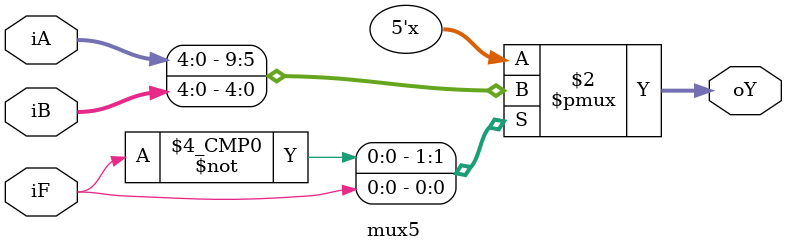
<source format=sv>
module mux5(
  input logic [4:0] iA,
  input logic [4:0] iB,
  input logic iF,
  output logic [4:0] oY
);
  always_comb 
    case(iF)
      1'b0: oY = iA; 
      1'b1: oY = iB;
      default: oY = 5'b00000;
    endcase
endmodule
</source>
